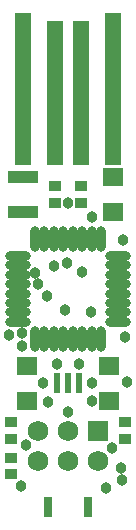
<source format=gts>
G04*
G04 #@! TF.GenerationSoftware,Altium Limited,Altium Designer,21.0.9 (235)*
G04*
G04 Layer_Color=8388736*
%FSLAX25Y25*%
%MOIN*%
G70*
G04*
G04 #@! TF.SameCoordinates,DB5CEA20-A306-4327-B62D-959DDA491E44*
G04*
G04*
G04 #@! TF.FilePolarity,Negative*
G04*
G01*
G75*
%ADD21R,0.09843X0.03937*%
%ADD22R,0.03150X0.06693*%
%ADD27R,0.04343X0.03556*%
%ADD28R,0.06706X0.06312*%
%ADD29R,0.01981X0.07099*%
%ADD30O,0.03162X0.08477*%
%ADD31O,0.08477X0.03162*%
%ADD32R,0.05800X0.50800*%
%ADD33R,0.05800X0.48300*%
%ADD34C,0.06902*%
%ADD35R,0.06902X0.06902*%
%ADD36C,0.03800*%
D21*
X8661Y108268D02*
D03*
Y120079D02*
D03*
D22*
X16929Y9843D02*
D03*
X30315D02*
D03*
D27*
X4528Y20866D02*
D03*
Y26378D02*
D03*
X19455Y116929D02*
D03*
Y111417D02*
D03*
X27955Y116929D02*
D03*
Y111417D02*
D03*
X4528Y38189D02*
D03*
Y32677D02*
D03*
X42717Y38189D02*
D03*
Y32677D02*
D03*
D28*
X38583Y108268D02*
D03*
Y120079D02*
D03*
X37402Y57087D02*
D03*
Y45276D02*
D03*
X9843Y57087D02*
D03*
Y45276D02*
D03*
D29*
X27362Y51181D02*
D03*
X23622D02*
D03*
X19882D02*
D03*
D30*
X12598Y99410D02*
D03*
X15748D02*
D03*
X18898D02*
D03*
X22047D02*
D03*
X25197D02*
D03*
X28346D02*
D03*
X31496D02*
D03*
X34646D02*
D03*
Y65945D02*
D03*
X31496D02*
D03*
X28346D02*
D03*
X25197D02*
D03*
X22047D02*
D03*
X18898D02*
D03*
X15748D02*
D03*
X12598D02*
D03*
D31*
X40354Y93701D02*
D03*
Y90551D02*
D03*
Y87402D02*
D03*
Y84252D02*
D03*
Y81102D02*
D03*
Y77953D02*
D03*
Y74803D02*
D03*
Y71653D02*
D03*
X6890D02*
D03*
Y74803D02*
D03*
Y77953D02*
D03*
Y81102D02*
D03*
Y84252D02*
D03*
Y87402D02*
D03*
Y90551D02*
D03*
Y93701D02*
D03*
D32*
X8705Y149358D02*
D03*
X38705D02*
D03*
D33*
X19455Y148108D02*
D03*
X27955D02*
D03*
D34*
X13622Y25433D02*
D03*
X23622D02*
D03*
X33622D02*
D03*
X13622Y35433D02*
D03*
X23622D02*
D03*
D35*
X33622D02*
D03*
D36*
X41535Y18898D02*
D03*
X41339Y22835D02*
D03*
X23622Y41732D02*
D03*
Y111417D02*
D03*
X12598Y87992D02*
D03*
X8183Y67801D02*
D03*
X3968Y67126D02*
D03*
X19882Y57480D02*
D03*
X17126Y45079D02*
D03*
X16535Y80315D02*
D03*
X22638Y75590D02*
D03*
X36417Y16339D02*
D03*
X9646Y30709D02*
D03*
X42520Y66732D02*
D03*
X42126Y98819D02*
D03*
X31496Y45276D02*
D03*
X31299Y75000D02*
D03*
X43472Y51689D02*
D03*
X38189Y29724D02*
D03*
X28150Y88189D02*
D03*
X31496Y106693D02*
D03*
X18898Y90354D02*
D03*
X23425Y91339D02*
D03*
X7874Y16929D02*
D03*
X8268Y63779D02*
D03*
X31701Y51181D02*
D03*
X15453Y51279D02*
D03*
X27362Y57480D02*
D03*
X13780Y84252D02*
D03*
M02*

</source>
